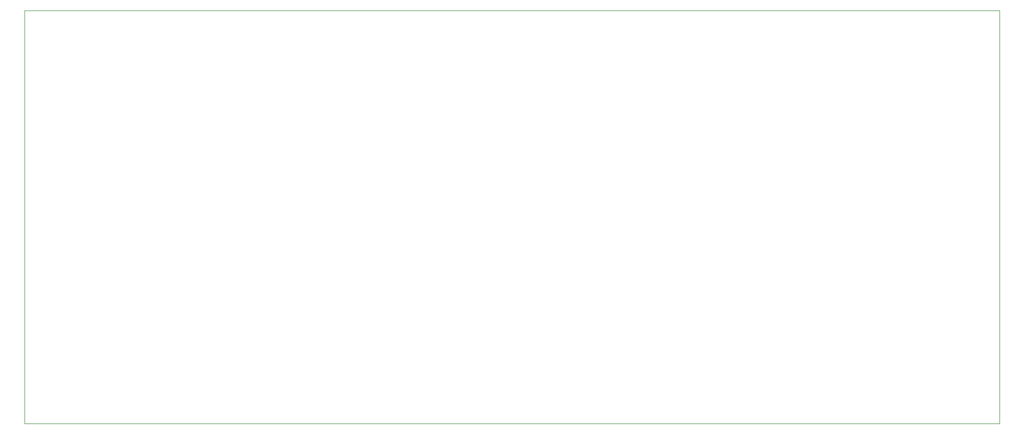
<source format=gbr>
%TF.GenerationSoftware,KiCad,Pcbnew,(6.0.0)*%
%TF.CreationDate,2022-01-20T20:45:04-08:00*%
%TF.ProjectId,dish-controller,64697368-2d63-46f6-9e74-726f6c6c6572,rev?*%
%TF.SameCoordinates,Original*%
%TF.FileFunction,Profile,NP*%
%FSLAX46Y46*%
G04 Gerber Fmt 4.6, Leading zero omitted, Abs format (unit mm)*
G04 Created by KiCad (PCBNEW (6.0.0)) date 2022-01-20 20:45:04*
%MOMM*%
%LPD*%
G01*
G04 APERTURE LIST*
%TA.AperFunction,Profile*%
%ADD10C,0.100000*%
%TD*%
G04 APERTURE END LIST*
D10*
X183000000Y-40000000D02*
X183000000Y-110000000D01*
X18000000Y-110000000D02*
X18000000Y-40000000D01*
X183000000Y-110000000D02*
X18000000Y-110000000D01*
X18000000Y-40000000D02*
X183000000Y-40000000D01*
M02*

</source>
